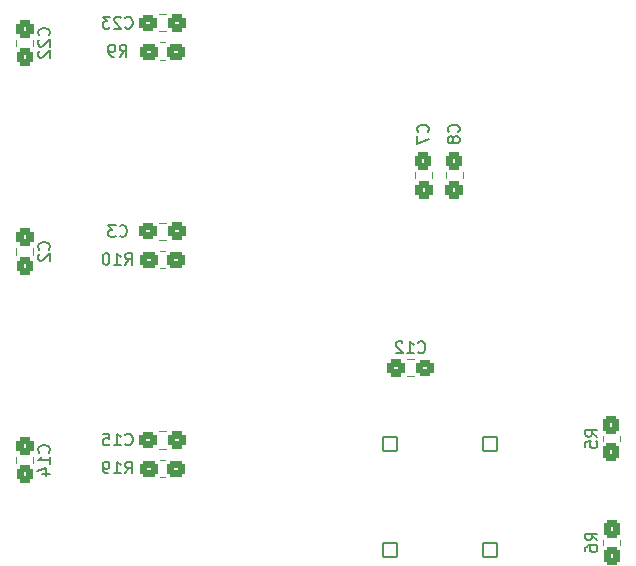
<source format=gbr>
%TF.GenerationSoftware,KiCad,Pcbnew,7.0.11-rc3*%
%TF.CreationDate,2025-09-10T17:00:16+08:00*%
%TF.ProjectId,328_3ch_can_devboard,3332385f-3363-4685-9f63-616e5f646576,rev?*%
%TF.SameCoordinates,Original*%
%TF.FileFunction,Legend,Bot*%
%TF.FilePolarity,Positive*%
%FSLAX46Y46*%
G04 Gerber Fmt 4.6, Leading zero omitted, Abs format (unit mm)*
G04 Created by KiCad (PCBNEW 7.0.11-rc3) date 2025-09-10 17:00:16*
%MOMM*%
%LPD*%
G01*
G04 APERTURE LIST*
G04 Aperture macros list*
%AMRoundRect*
0 Rectangle with rounded corners*
0 $1 Rounding radius*
0 $2 $3 $4 $5 $6 $7 $8 $9 X,Y pos of 4 corners*
0 Add a 4 corners polygon primitive as box body*
4,1,4,$2,$3,$4,$5,$6,$7,$8,$9,$2,$3,0*
0 Add four circle primitives for the rounded corners*
1,1,$1+$1,$2,$3*
1,1,$1+$1,$4,$5*
1,1,$1+$1,$6,$7*
1,1,$1+$1,$8,$9*
0 Add four rect primitives between the rounded corners*
20,1,$1+$1,$2,$3,$4,$5,0*
20,1,$1+$1,$4,$5,$6,$7,0*
20,1,$1+$1,$6,$7,$8,$9,0*
20,1,$1+$1,$8,$9,$2,$3,0*%
G04 Aperture macros list end*
%ADD10C,0.150000*%
%ADD11C,0.120000*%
%ADD12RoundRect,0.102000X-0.611000X-0.611000X0.611000X-0.611000X0.611000X0.611000X-0.611000X0.611000X0*%
%ADD13C,1.426000*%
%ADD14C,2.400000*%
%ADD15RoundRect,0.250000X0.725000X-0.600000X0.725000X0.600000X-0.725000X0.600000X-0.725000X-0.600000X0*%
%ADD16O,1.950000X1.700000*%
%ADD17C,2.000000*%
%ADD18R,1.700000X1.700000*%
%ADD19O,1.700000X1.700000*%
%ADD20RoundRect,0.305575X0.460025X0.412525X-0.460025X0.412525X-0.460025X-0.412525X0.460025X-0.412525X0*%
%ADD21RoundRect,0.308511X0.457089X0.416489X-0.457089X0.416489X-0.457089X-0.416489X0.457089X-0.416489X0*%
%ADD22RoundRect,0.305575X-0.460025X-0.412525X0.460025X-0.412525X0.460025X0.412525X-0.460025X0.412525X0*%
%ADD23RoundRect,0.308511X-0.457089X-0.416489X0.457089X-0.416489X0.457089X0.416489X-0.457089X0.416489X0*%
%ADD24RoundRect,0.305575X-0.412525X0.460025X-0.412525X-0.460025X0.412525X-0.460025X0.412525X0.460025X0*%
%ADD25RoundRect,0.308511X-0.416489X0.457089X-0.416489X-0.457089X0.416489X-0.457089X0.416489X0.457089X0*%
%ADD26RoundRect,0.305575X0.412525X-0.460025X0.412525X0.460025X-0.412525X0.460025X-0.412525X-0.460025X0*%
%ADD27RoundRect,0.308511X0.416489X-0.457089X0.416489X0.457089X-0.416489X0.457089X-0.416489X-0.457089X0*%
%ADD28RoundRect,0.278125X-0.389375X0.474375X-0.389375X-0.474375X0.389375X-0.474375X0.389375X0.474375X0*%
%ADD29RoundRect,0.278125X0.389375X-0.474375X0.389375X0.474375X-0.389375X0.474375X-0.389375X-0.474375X0*%
%ADD30RoundRect,0.278125X-0.474375X-0.389375X0.474375X-0.389375X0.474375X0.389375X-0.474375X0.389375X0*%
G04 APERTURE END LIST*
D10*
X159042857Y-105279580D02*
X159090476Y-105327200D01*
X159090476Y-105327200D02*
X159233333Y-105374819D01*
X159233333Y-105374819D02*
X159328571Y-105374819D01*
X159328571Y-105374819D02*
X159471428Y-105327200D01*
X159471428Y-105327200D02*
X159566666Y-105231961D01*
X159566666Y-105231961D02*
X159614285Y-105136723D01*
X159614285Y-105136723D02*
X159661904Y-104946247D01*
X159661904Y-104946247D02*
X159661904Y-104803390D01*
X159661904Y-104803390D02*
X159614285Y-104612914D01*
X159614285Y-104612914D02*
X159566666Y-104517676D01*
X159566666Y-104517676D02*
X159471428Y-104422438D01*
X159471428Y-104422438D02*
X159328571Y-104374819D01*
X159328571Y-104374819D02*
X159233333Y-104374819D01*
X159233333Y-104374819D02*
X159090476Y-104422438D01*
X159090476Y-104422438D02*
X159042857Y-104470057D01*
X158090476Y-105374819D02*
X158661904Y-105374819D01*
X158376190Y-105374819D02*
X158376190Y-104374819D01*
X158376190Y-104374819D02*
X158471428Y-104517676D01*
X158471428Y-104517676D02*
X158566666Y-104612914D01*
X158566666Y-104612914D02*
X158661904Y-104660533D01*
X157709523Y-104470057D02*
X157661904Y-104422438D01*
X157661904Y-104422438D02*
X157566666Y-104374819D01*
X157566666Y-104374819D02*
X157328571Y-104374819D01*
X157328571Y-104374819D02*
X157233333Y-104422438D01*
X157233333Y-104422438D02*
X157185714Y-104470057D01*
X157185714Y-104470057D02*
X157138095Y-104565295D01*
X157138095Y-104565295D02*
X157138095Y-104660533D01*
X157138095Y-104660533D02*
X157185714Y-104803390D01*
X157185714Y-104803390D02*
X157757142Y-105374819D01*
X157757142Y-105374819D02*
X157138095Y-105374819D01*
X133766666Y-95439580D02*
X133814285Y-95487200D01*
X133814285Y-95487200D02*
X133957142Y-95534819D01*
X133957142Y-95534819D02*
X134052380Y-95534819D01*
X134052380Y-95534819D02*
X134195237Y-95487200D01*
X134195237Y-95487200D02*
X134290475Y-95391961D01*
X134290475Y-95391961D02*
X134338094Y-95296723D01*
X134338094Y-95296723D02*
X134385713Y-95106247D01*
X134385713Y-95106247D02*
X134385713Y-94963390D01*
X134385713Y-94963390D02*
X134338094Y-94772914D01*
X134338094Y-94772914D02*
X134290475Y-94677676D01*
X134290475Y-94677676D02*
X134195237Y-94582438D01*
X134195237Y-94582438D02*
X134052380Y-94534819D01*
X134052380Y-94534819D02*
X133957142Y-94534819D01*
X133957142Y-94534819D02*
X133814285Y-94582438D01*
X133814285Y-94582438D02*
X133766666Y-94630057D01*
X133433332Y-94534819D02*
X132814285Y-94534819D01*
X132814285Y-94534819D02*
X133147618Y-94915771D01*
X133147618Y-94915771D02*
X133004761Y-94915771D01*
X133004761Y-94915771D02*
X132909523Y-94963390D01*
X132909523Y-94963390D02*
X132861904Y-95011009D01*
X132861904Y-95011009D02*
X132814285Y-95106247D01*
X132814285Y-95106247D02*
X132814285Y-95344342D01*
X132814285Y-95344342D02*
X132861904Y-95439580D01*
X132861904Y-95439580D02*
X132909523Y-95487200D01*
X132909523Y-95487200D02*
X133004761Y-95534819D01*
X133004761Y-95534819D02*
X133290475Y-95534819D01*
X133290475Y-95534819D02*
X133385713Y-95487200D01*
X133385713Y-95487200D02*
X133433332Y-95439580D01*
X159859580Y-86633333D02*
X159907200Y-86585714D01*
X159907200Y-86585714D02*
X159954819Y-86442857D01*
X159954819Y-86442857D02*
X159954819Y-86347619D01*
X159954819Y-86347619D02*
X159907200Y-86204762D01*
X159907200Y-86204762D02*
X159811961Y-86109524D01*
X159811961Y-86109524D02*
X159716723Y-86061905D01*
X159716723Y-86061905D02*
X159526247Y-86014286D01*
X159526247Y-86014286D02*
X159383390Y-86014286D01*
X159383390Y-86014286D02*
X159192914Y-86061905D01*
X159192914Y-86061905D02*
X159097676Y-86109524D01*
X159097676Y-86109524D02*
X159002438Y-86204762D01*
X159002438Y-86204762D02*
X158954819Y-86347619D01*
X158954819Y-86347619D02*
X158954819Y-86442857D01*
X158954819Y-86442857D02*
X159002438Y-86585714D01*
X159002438Y-86585714D02*
X159050057Y-86633333D01*
X158954819Y-86966667D02*
X158954819Y-87633333D01*
X158954819Y-87633333D02*
X159954819Y-87204762D01*
X127757080Y-78457142D02*
X127804700Y-78409523D01*
X127804700Y-78409523D02*
X127852319Y-78266666D01*
X127852319Y-78266666D02*
X127852319Y-78171428D01*
X127852319Y-78171428D02*
X127804700Y-78028571D01*
X127804700Y-78028571D02*
X127709461Y-77933333D01*
X127709461Y-77933333D02*
X127614223Y-77885714D01*
X127614223Y-77885714D02*
X127423747Y-77838095D01*
X127423747Y-77838095D02*
X127280890Y-77838095D01*
X127280890Y-77838095D02*
X127090414Y-77885714D01*
X127090414Y-77885714D02*
X126995176Y-77933333D01*
X126995176Y-77933333D02*
X126899938Y-78028571D01*
X126899938Y-78028571D02*
X126852319Y-78171428D01*
X126852319Y-78171428D02*
X126852319Y-78266666D01*
X126852319Y-78266666D02*
X126899938Y-78409523D01*
X126899938Y-78409523D02*
X126947557Y-78457142D01*
X126947557Y-78838095D02*
X126899938Y-78885714D01*
X126899938Y-78885714D02*
X126852319Y-78980952D01*
X126852319Y-78980952D02*
X126852319Y-79219047D01*
X126852319Y-79219047D02*
X126899938Y-79314285D01*
X126899938Y-79314285D02*
X126947557Y-79361904D01*
X126947557Y-79361904D02*
X127042795Y-79409523D01*
X127042795Y-79409523D02*
X127138033Y-79409523D01*
X127138033Y-79409523D02*
X127280890Y-79361904D01*
X127280890Y-79361904D02*
X127852319Y-78790476D01*
X127852319Y-78790476D02*
X127852319Y-79409523D01*
X126947557Y-79790476D02*
X126899938Y-79838095D01*
X126899938Y-79838095D02*
X126852319Y-79933333D01*
X126852319Y-79933333D02*
X126852319Y-80171428D01*
X126852319Y-80171428D02*
X126899938Y-80266666D01*
X126899938Y-80266666D02*
X126947557Y-80314285D01*
X126947557Y-80314285D02*
X127042795Y-80361904D01*
X127042795Y-80361904D02*
X127138033Y-80361904D01*
X127138033Y-80361904D02*
X127280890Y-80314285D01*
X127280890Y-80314285D02*
X127852319Y-79742857D01*
X127852319Y-79742857D02*
X127852319Y-80361904D01*
X174204819Y-112444075D02*
X173728628Y-112110742D01*
X174204819Y-111872647D02*
X173204819Y-111872647D01*
X173204819Y-111872647D02*
X173204819Y-112253599D01*
X173204819Y-112253599D02*
X173252438Y-112348837D01*
X173252438Y-112348837D02*
X173300057Y-112396456D01*
X173300057Y-112396456D02*
X173395295Y-112444075D01*
X173395295Y-112444075D02*
X173538152Y-112444075D01*
X173538152Y-112444075D02*
X173633390Y-112396456D01*
X173633390Y-112396456D02*
X173681009Y-112348837D01*
X173681009Y-112348837D02*
X173728628Y-112253599D01*
X173728628Y-112253599D02*
X173728628Y-111872647D01*
X173204819Y-113348837D02*
X173204819Y-112872647D01*
X173204819Y-112872647D02*
X173681009Y-112825028D01*
X173681009Y-112825028D02*
X173633390Y-112872647D01*
X173633390Y-112872647D02*
X173585771Y-112967885D01*
X173585771Y-112967885D02*
X173585771Y-113205980D01*
X173585771Y-113205980D02*
X173633390Y-113301218D01*
X173633390Y-113301218D02*
X173681009Y-113348837D01*
X173681009Y-113348837D02*
X173776247Y-113396456D01*
X173776247Y-113396456D02*
X174014342Y-113396456D01*
X174014342Y-113396456D02*
X174109580Y-113348837D01*
X174109580Y-113348837D02*
X174157200Y-113301218D01*
X174157200Y-113301218D02*
X174204819Y-113205980D01*
X174204819Y-113205980D02*
X174204819Y-112967885D01*
X174204819Y-112967885D02*
X174157200Y-112872647D01*
X174157200Y-112872647D02*
X174109580Y-112825028D01*
X162459580Y-86633333D02*
X162507200Y-86585714D01*
X162507200Y-86585714D02*
X162554819Y-86442857D01*
X162554819Y-86442857D02*
X162554819Y-86347619D01*
X162554819Y-86347619D02*
X162507200Y-86204762D01*
X162507200Y-86204762D02*
X162411961Y-86109524D01*
X162411961Y-86109524D02*
X162316723Y-86061905D01*
X162316723Y-86061905D02*
X162126247Y-86014286D01*
X162126247Y-86014286D02*
X161983390Y-86014286D01*
X161983390Y-86014286D02*
X161792914Y-86061905D01*
X161792914Y-86061905D02*
X161697676Y-86109524D01*
X161697676Y-86109524D02*
X161602438Y-86204762D01*
X161602438Y-86204762D02*
X161554819Y-86347619D01*
X161554819Y-86347619D02*
X161554819Y-86442857D01*
X161554819Y-86442857D02*
X161602438Y-86585714D01*
X161602438Y-86585714D02*
X161650057Y-86633333D01*
X161983390Y-87204762D02*
X161935771Y-87109524D01*
X161935771Y-87109524D02*
X161888152Y-87061905D01*
X161888152Y-87061905D02*
X161792914Y-87014286D01*
X161792914Y-87014286D02*
X161745295Y-87014286D01*
X161745295Y-87014286D02*
X161650057Y-87061905D01*
X161650057Y-87061905D02*
X161602438Y-87109524D01*
X161602438Y-87109524D02*
X161554819Y-87204762D01*
X161554819Y-87204762D02*
X161554819Y-87395238D01*
X161554819Y-87395238D02*
X161602438Y-87490476D01*
X161602438Y-87490476D02*
X161650057Y-87538095D01*
X161650057Y-87538095D02*
X161745295Y-87585714D01*
X161745295Y-87585714D02*
X161792914Y-87585714D01*
X161792914Y-87585714D02*
X161888152Y-87538095D01*
X161888152Y-87538095D02*
X161935771Y-87490476D01*
X161935771Y-87490476D02*
X161983390Y-87395238D01*
X161983390Y-87395238D02*
X161983390Y-87204762D01*
X161983390Y-87204762D02*
X162031009Y-87109524D01*
X162031009Y-87109524D02*
X162078628Y-87061905D01*
X162078628Y-87061905D02*
X162173866Y-87014286D01*
X162173866Y-87014286D02*
X162364342Y-87014286D01*
X162364342Y-87014286D02*
X162459580Y-87061905D01*
X162459580Y-87061905D02*
X162507200Y-87109524D01*
X162507200Y-87109524D02*
X162554819Y-87204762D01*
X162554819Y-87204762D02*
X162554819Y-87395238D01*
X162554819Y-87395238D02*
X162507200Y-87490476D01*
X162507200Y-87490476D02*
X162459580Y-87538095D01*
X162459580Y-87538095D02*
X162364342Y-87585714D01*
X162364342Y-87585714D02*
X162173866Y-87585714D01*
X162173866Y-87585714D02*
X162078628Y-87538095D01*
X162078628Y-87538095D02*
X162031009Y-87490476D01*
X162031009Y-87490476D02*
X161983390Y-87395238D01*
X134242857Y-77789580D02*
X134290476Y-77837200D01*
X134290476Y-77837200D02*
X134433333Y-77884819D01*
X134433333Y-77884819D02*
X134528571Y-77884819D01*
X134528571Y-77884819D02*
X134671428Y-77837200D01*
X134671428Y-77837200D02*
X134766666Y-77741961D01*
X134766666Y-77741961D02*
X134814285Y-77646723D01*
X134814285Y-77646723D02*
X134861904Y-77456247D01*
X134861904Y-77456247D02*
X134861904Y-77313390D01*
X134861904Y-77313390D02*
X134814285Y-77122914D01*
X134814285Y-77122914D02*
X134766666Y-77027676D01*
X134766666Y-77027676D02*
X134671428Y-76932438D01*
X134671428Y-76932438D02*
X134528571Y-76884819D01*
X134528571Y-76884819D02*
X134433333Y-76884819D01*
X134433333Y-76884819D02*
X134290476Y-76932438D01*
X134290476Y-76932438D02*
X134242857Y-76980057D01*
X133861904Y-76980057D02*
X133814285Y-76932438D01*
X133814285Y-76932438D02*
X133719047Y-76884819D01*
X133719047Y-76884819D02*
X133480952Y-76884819D01*
X133480952Y-76884819D02*
X133385714Y-76932438D01*
X133385714Y-76932438D02*
X133338095Y-76980057D01*
X133338095Y-76980057D02*
X133290476Y-77075295D01*
X133290476Y-77075295D02*
X133290476Y-77170533D01*
X133290476Y-77170533D02*
X133338095Y-77313390D01*
X133338095Y-77313390D02*
X133909523Y-77884819D01*
X133909523Y-77884819D02*
X133290476Y-77884819D01*
X132957142Y-76884819D02*
X132338095Y-76884819D01*
X132338095Y-76884819D02*
X132671428Y-77265771D01*
X132671428Y-77265771D02*
X132528571Y-77265771D01*
X132528571Y-77265771D02*
X132433333Y-77313390D01*
X132433333Y-77313390D02*
X132385714Y-77361009D01*
X132385714Y-77361009D02*
X132338095Y-77456247D01*
X132338095Y-77456247D02*
X132338095Y-77694342D01*
X132338095Y-77694342D02*
X132385714Y-77789580D01*
X132385714Y-77789580D02*
X132433333Y-77837200D01*
X132433333Y-77837200D02*
X132528571Y-77884819D01*
X132528571Y-77884819D02*
X132814285Y-77884819D01*
X132814285Y-77884819D02*
X132909523Y-77837200D01*
X132909523Y-77837200D02*
X132957142Y-77789580D01*
X127757080Y-113782142D02*
X127804700Y-113734523D01*
X127804700Y-113734523D02*
X127852319Y-113591666D01*
X127852319Y-113591666D02*
X127852319Y-113496428D01*
X127852319Y-113496428D02*
X127804700Y-113353571D01*
X127804700Y-113353571D02*
X127709461Y-113258333D01*
X127709461Y-113258333D02*
X127614223Y-113210714D01*
X127614223Y-113210714D02*
X127423747Y-113163095D01*
X127423747Y-113163095D02*
X127280890Y-113163095D01*
X127280890Y-113163095D02*
X127090414Y-113210714D01*
X127090414Y-113210714D02*
X126995176Y-113258333D01*
X126995176Y-113258333D02*
X126899938Y-113353571D01*
X126899938Y-113353571D02*
X126852319Y-113496428D01*
X126852319Y-113496428D02*
X126852319Y-113591666D01*
X126852319Y-113591666D02*
X126899938Y-113734523D01*
X126899938Y-113734523D02*
X126947557Y-113782142D01*
X127852319Y-114734523D02*
X127852319Y-114163095D01*
X127852319Y-114448809D02*
X126852319Y-114448809D01*
X126852319Y-114448809D02*
X126995176Y-114353571D01*
X126995176Y-114353571D02*
X127090414Y-114258333D01*
X127090414Y-114258333D02*
X127138033Y-114163095D01*
X127185652Y-115591666D02*
X127852319Y-115591666D01*
X126804700Y-115353571D02*
X127518985Y-115115476D01*
X127518985Y-115115476D02*
X127518985Y-115734523D01*
X174204819Y-121222592D02*
X173728628Y-120889259D01*
X174204819Y-120651164D02*
X173204819Y-120651164D01*
X173204819Y-120651164D02*
X173204819Y-121032116D01*
X173204819Y-121032116D02*
X173252438Y-121127354D01*
X173252438Y-121127354D02*
X173300057Y-121174973D01*
X173300057Y-121174973D02*
X173395295Y-121222592D01*
X173395295Y-121222592D02*
X173538152Y-121222592D01*
X173538152Y-121222592D02*
X173633390Y-121174973D01*
X173633390Y-121174973D02*
X173681009Y-121127354D01*
X173681009Y-121127354D02*
X173728628Y-121032116D01*
X173728628Y-121032116D02*
X173728628Y-120651164D01*
X173204819Y-122079735D02*
X173204819Y-121889259D01*
X173204819Y-121889259D02*
X173252438Y-121794021D01*
X173252438Y-121794021D02*
X173300057Y-121746402D01*
X173300057Y-121746402D02*
X173442914Y-121651164D01*
X173442914Y-121651164D02*
X173633390Y-121603545D01*
X173633390Y-121603545D02*
X174014342Y-121603545D01*
X174014342Y-121603545D02*
X174109580Y-121651164D01*
X174109580Y-121651164D02*
X174157200Y-121698783D01*
X174157200Y-121698783D02*
X174204819Y-121794021D01*
X174204819Y-121794021D02*
X174204819Y-121984497D01*
X174204819Y-121984497D02*
X174157200Y-122079735D01*
X174157200Y-122079735D02*
X174109580Y-122127354D01*
X174109580Y-122127354D02*
X174014342Y-122174973D01*
X174014342Y-122174973D02*
X173776247Y-122174973D01*
X173776247Y-122174973D02*
X173681009Y-122127354D01*
X173681009Y-122127354D02*
X173633390Y-122079735D01*
X173633390Y-122079735D02*
X173585771Y-121984497D01*
X173585771Y-121984497D02*
X173585771Y-121794021D01*
X173585771Y-121794021D02*
X173633390Y-121698783D01*
X173633390Y-121698783D02*
X173681009Y-121651164D01*
X173681009Y-121651164D02*
X173776247Y-121603545D01*
X134242857Y-115554819D02*
X134576190Y-115078628D01*
X134814285Y-115554819D02*
X134814285Y-114554819D01*
X134814285Y-114554819D02*
X134433333Y-114554819D01*
X134433333Y-114554819D02*
X134338095Y-114602438D01*
X134338095Y-114602438D02*
X134290476Y-114650057D01*
X134290476Y-114650057D02*
X134242857Y-114745295D01*
X134242857Y-114745295D02*
X134242857Y-114888152D01*
X134242857Y-114888152D02*
X134290476Y-114983390D01*
X134290476Y-114983390D02*
X134338095Y-115031009D01*
X134338095Y-115031009D02*
X134433333Y-115078628D01*
X134433333Y-115078628D02*
X134814285Y-115078628D01*
X133290476Y-115554819D02*
X133861904Y-115554819D01*
X133576190Y-115554819D02*
X133576190Y-114554819D01*
X133576190Y-114554819D02*
X133671428Y-114697676D01*
X133671428Y-114697676D02*
X133766666Y-114792914D01*
X133766666Y-114792914D02*
X133861904Y-114840533D01*
X132814285Y-115554819D02*
X132623809Y-115554819D01*
X132623809Y-115554819D02*
X132528571Y-115507200D01*
X132528571Y-115507200D02*
X132480952Y-115459580D01*
X132480952Y-115459580D02*
X132385714Y-115316723D01*
X132385714Y-115316723D02*
X132338095Y-115126247D01*
X132338095Y-115126247D02*
X132338095Y-114745295D01*
X132338095Y-114745295D02*
X132385714Y-114650057D01*
X132385714Y-114650057D02*
X132433333Y-114602438D01*
X132433333Y-114602438D02*
X132528571Y-114554819D01*
X132528571Y-114554819D02*
X132719047Y-114554819D01*
X132719047Y-114554819D02*
X132814285Y-114602438D01*
X132814285Y-114602438D02*
X132861904Y-114650057D01*
X132861904Y-114650057D02*
X132909523Y-114745295D01*
X132909523Y-114745295D02*
X132909523Y-114983390D01*
X132909523Y-114983390D02*
X132861904Y-115078628D01*
X132861904Y-115078628D02*
X132814285Y-115126247D01*
X132814285Y-115126247D02*
X132719047Y-115173866D01*
X132719047Y-115173866D02*
X132528571Y-115173866D01*
X132528571Y-115173866D02*
X132433333Y-115126247D01*
X132433333Y-115126247D02*
X132385714Y-115078628D01*
X132385714Y-115078628D02*
X132338095Y-114983390D01*
X127757080Y-96595833D02*
X127804700Y-96548214D01*
X127804700Y-96548214D02*
X127852319Y-96405357D01*
X127852319Y-96405357D02*
X127852319Y-96310119D01*
X127852319Y-96310119D02*
X127804700Y-96167262D01*
X127804700Y-96167262D02*
X127709461Y-96072024D01*
X127709461Y-96072024D02*
X127614223Y-96024405D01*
X127614223Y-96024405D02*
X127423747Y-95976786D01*
X127423747Y-95976786D02*
X127280890Y-95976786D01*
X127280890Y-95976786D02*
X127090414Y-96024405D01*
X127090414Y-96024405D02*
X126995176Y-96072024D01*
X126995176Y-96072024D02*
X126899938Y-96167262D01*
X126899938Y-96167262D02*
X126852319Y-96310119D01*
X126852319Y-96310119D02*
X126852319Y-96405357D01*
X126852319Y-96405357D02*
X126899938Y-96548214D01*
X126899938Y-96548214D02*
X126947557Y-96595833D01*
X126947557Y-96976786D02*
X126899938Y-97024405D01*
X126899938Y-97024405D02*
X126852319Y-97119643D01*
X126852319Y-97119643D02*
X126852319Y-97357738D01*
X126852319Y-97357738D02*
X126899938Y-97452976D01*
X126899938Y-97452976D02*
X126947557Y-97500595D01*
X126947557Y-97500595D02*
X127042795Y-97548214D01*
X127042795Y-97548214D02*
X127138033Y-97548214D01*
X127138033Y-97548214D02*
X127280890Y-97500595D01*
X127280890Y-97500595D02*
X127852319Y-96929167D01*
X127852319Y-96929167D02*
X127852319Y-97548214D01*
X134242857Y-97904819D02*
X134576190Y-97428628D01*
X134814285Y-97904819D02*
X134814285Y-96904819D01*
X134814285Y-96904819D02*
X134433333Y-96904819D01*
X134433333Y-96904819D02*
X134338095Y-96952438D01*
X134338095Y-96952438D02*
X134290476Y-97000057D01*
X134290476Y-97000057D02*
X134242857Y-97095295D01*
X134242857Y-97095295D02*
X134242857Y-97238152D01*
X134242857Y-97238152D02*
X134290476Y-97333390D01*
X134290476Y-97333390D02*
X134338095Y-97381009D01*
X134338095Y-97381009D02*
X134433333Y-97428628D01*
X134433333Y-97428628D02*
X134814285Y-97428628D01*
X133290476Y-97904819D02*
X133861904Y-97904819D01*
X133576190Y-97904819D02*
X133576190Y-96904819D01*
X133576190Y-96904819D02*
X133671428Y-97047676D01*
X133671428Y-97047676D02*
X133766666Y-97142914D01*
X133766666Y-97142914D02*
X133861904Y-97190533D01*
X132671428Y-96904819D02*
X132576190Y-96904819D01*
X132576190Y-96904819D02*
X132480952Y-96952438D01*
X132480952Y-96952438D02*
X132433333Y-97000057D01*
X132433333Y-97000057D02*
X132385714Y-97095295D01*
X132385714Y-97095295D02*
X132338095Y-97285771D01*
X132338095Y-97285771D02*
X132338095Y-97523866D01*
X132338095Y-97523866D02*
X132385714Y-97714342D01*
X132385714Y-97714342D02*
X132433333Y-97809580D01*
X132433333Y-97809580D02*
X132480952Y-97857200D01*
X132480952Y-97857200D02*
X132576190Y-97904819D01*
X132576190Y-97904819D02*
X132671428Y-97904819D01*
X132671428Y-97904819D02*
X132766666Y-97857200D01*
X132766666Y-97857200D02*
X132814285Y-97809580D01*
X132814285Y-97809580D02*
X132861904Y-97714342D01*
X132861904Y-97714342D02*
X132909523Y-97523866D01*
X132909523Y-97523866D02*
X132909523Y-97285771D01*
X132909523Y-97285771D02*
X132861904Y-97095295D01*
X132861904Y-97095295D02*
X132814285Y-97000057D01*
X132814285Y-97000057D02*
X132766666Y-96952438D01*
X132766666Y-96952438D02*
X132671428Y-96904819D01*
X133766666Y-80254819D02*
X134099999Y-79778628D01*
X134338094Y-80254819D02*
X134338094Y-79254819D01*
X134338094Y-79254819D02*
X133957142Y-79254819D01*
X133957142Y-79254819D02*
X133861904Y-79302438D01*
X133861904Y-79302438D02*
X133814285Y-79350057D01*
X133814285Y-79350057D02*
X133766666Y-79445295D01*
X133766666Y-79445295D02*
X133766666Y-79588152D01*
X133766666Y-79588152D02*
X133814285Y-79683390D01*
X133814285Y-79683390D02*
X133861904Y-79731009D01*
X133861904Y-79731009D02*
X133957142Y-79778628D01*
X133957142Y-79778628D02*
X134338094Y-79778628D01*
X133290475Y-80254819D02*
X133099999Y-80254819D01*
X133099999Y-80254819D02*
X133004761Y-80207200D01*
X133004761Y-80207200D02*
X132957142Y-80159580D01*
X132957142Y-80159580D02*
X132861904Y-80016723D01*
X132861904Y-80016723D02*
X132814285Y-79826247D01*
X132814285Y-79826247D02*
X132814285Y-79445295D01*
X132814285Y-79445295D02*
X132861904Y-79350057D01*
X132861904Y-79350057D02*
X132909523Y-79302438D01*
X132909523Y-79302438D02*
X133004761Y-79254819D01*
X133004761Y-79254819D02*
X133195237Y-79254819D01*
X133195237Y-79254819D02*
X133290475Y-79302438D01*
X133290475Y-79302438D02*
X133338094Y-79350057D01*
X133338094Y-79350057D02*
X133385713Y-79445295D01*
X133385713Y-79445295D02*
X133385713Y-79683390D01*
X133385713Y-79683390D02*
X133338094Y-79778628D01*
X133338094Y-79778628D02*
X133290475Y-79826247D01*
X133290475Y-79826247D02*
X133195237Y-79873866D01*
X133195237Y-79873866D02*
X133004761Y-79873866D01*
X133004761Y-79873866D02*
X132909523Y-79826247D01*
X132909523Y-79826247D02*
X132861904Y-79778628D01*
X132861904Y-79778628D02*
X132814285Y-79683390D01*
X134242857Y-113089580D02*
X134290476Y-113137200D01*
X134290476Y-113137200D02*
X134433333Y-113184819D01*
X134433333Y-113184819D02*
X134528571Y-113184819D01*
X134528571Y-113184819D02*
X134671428Y-113137200D01*
X134671428Y-113137200D02*
X134766666Y-113041961D01*
X134766666Y-113041961D02*
X134814285Y-112946723D01*
X134814285Y-112946723D02*
X134861904Y-112756247D01*
X134861904Y-112756247D02*
X134861904Y-112613390D01*
X134861904Y-112613390D02*
X134814285Y-112422914D01*
X134814285Y-112422914D02*
X134766666Y-112327676D01*
X134766666Y-112327676D02*
X134671428Y-112232438D01*
X134671428Y-112232438D02*
X134528571Y-112184819D01*
X134528571Y-112184819D02*
X134433333Y-112184819D01*
X134433333Y-112184819D02*
X134290476Y-112232438D01*
X134290476Y-112232438D02*
X134242857Y-112280057D01*
X133290476Y-113184819D02*
X133861904Y-113184819D01*
X133576190Y-113184819D02*
X133576190Y-112184819D01*
X133576190Y-112184819D02*
X133671428Y-112327676D01*
X133671428Y-112327676D02*
X133766666Y-112422914D01*
X133766666Y-112422914D02*
X133861904Y-112470533D01*
X132385714Y-112184819D02*
X132861904Y-112184819D01*
X132861904Y-112184819D02*
X132909523Y-112661009D01*
X132909523Y-112661009D02*
X132861904Y-112613390D01*
X132861904Y-112613390D02*
X132766666Y-112565771D01*
X132766666Y-112565771D02*
X132528571Y-112565771D01*
X132528571Y-112565771D02*
X132433333Y-112613390D01*
X132433333Y-112613390D02*
X132385714Y-112661009D01*
X132385714Y-112661009D02*
X132338095Y-112756247D01*
X132338095Y-112756247D02*
X132338095Y-112994342D01*
X132338095Y-112994342D02*
X132385714Y-113089580D01*
X132385714Y-113089580D02*
X132433333Y-113137200D01*
X132433333Y-113137200D02*
X132528571Y-113184819D01*
X132528571Y-113184819D02*
X132766666Y-113184819D01*
X132766666Y-113184819D02*
X132861904Y-113137200D01*
X132861904Y-113137200D02*
X132909523Y-113089580D01*
D11*
%TO.C,C12*%
X158661252Y-107335000D02*
X158138748Y-107335000D01*
X158661252Y-105865000D02*
X158138748Y-105865000D01*
%TO.C,C3*%
X137138748Y-94327500D02*
X137661252Y-94327500D01*
X137138748Y-95797500D02*
X137661252Y-95797500D01*
%TO.C,C7*%
X160235000Y-90038748D02*
X160235000Y-90561252D01*
X158765000Y-90038748D02*
X158765000Y-90561252D01*
%TO.C,C22*%
X124982500Y-79361252D02*
X124982500Y-78838748D01*
X126452500Y-79361252D02*
X126452500Y-78838748D01*
%TO.C,R5*%
X176135000Y-112383678D02*
X176135000Y-112837806D01*
X174665000Y-112383678D02*
X174665000Y-112837806D01*
%TO.C,C8*%
X162835000Y-90038748D02*
X162835000Y-90561252D01*
X161365000Y-90038748D02*
X161365000Y-90561252D01*
%TO.C,C23*%
X137138748Y-76665000D02*
X137661252Y-76665000D01*
X137138748Y-78135000D02*
X137661252Y-78135000D01*
%TO.C,C14*%
X124982500Y-114686252D02*
X124982500Y-114163748D01*
X126452500Y-114686252D02*
X126452500Y-114163748D01*
%TO.C,R6*%
X174667103Y-121616323D02*
X174667103Y-121162195D01*
X176137103Y-121616323D02*
X176137103Y-121162195D01*
%TO.C,R19*%
X137172936Y-114390000D02*
X137627064Y-114390000D01*
X137172936Y-115860000D02*
X137627064Y-115860000D01*
%TO.C,C2*%
X124982500Y-97023752D02*
X124982500Y-96501248D01*
X126452500Y-97023752D02*
X126452500Y-96501248D01*
%TO.C,R10*%
X137172936Y-96727500D02*
X137627064Y-96727500D01*
X137172936Y-98197500D02*
X137627064Y-98197500D01*
%TO.C,R9*%
X137172936Y-79065000D02*
X137627064Y-79065000D01*
X137172936Y-80535000D02*
X137627064Y-80535000D01*
%TO.C,C15*%
X137138748Y-111990000D02*
X137661252Y-111990000D01*
X137138748Y-113460000D02*
X137661252Y-113460000D01*
%TD*%
%LPC*%
D12*
%TO.C,RV2*%
X165160000Y-113100000D03*
D13*
X167700000Y-110560000D03*
X170240000Y-113100000D03*
%TD*%
D14*
%TO.C,Y1*%
X126293282Y-103562500D03*
X121213282Y-103562500D03*
%TD*%
%TO.C,Y3*%
X126293282Y-121225000D03*
X121213282Y-121225000D03*
%TD*%
D15*
%TO.C,J4*%
X183075000Y-90650000D03*
D16*
X183075000Y-88150000D03*
X183075000Y-85650000D03*
X183075000Y-83150000D03*
%TD*%
D12*
%TO.C,RV4*%
X165160000Y-122000000D03*
D13*
X167700000Y-119460000D03*
X170240000Y-122000000D03*
%TD*%
D14*
%TO.C,Y5*%
X126293282Y-85900000D03*
X121213282Y-85900000D03*
%TD*%
D17*
%TO.C,SW4*%
X178450000Y-119150000D03*
X184950000Y-119150000D03*
X178450000Y-123650000D03*
X184950000Y-123650000D03*
%TD*%
D15*
%TO.C,J3*%
X110875000Y-122725000D03*
D16*
X110875000Y-120225000D03*
X110875000Y-117725000D03*
X110875000Y-115225000D03*
%TD*%
D12*
%TO.C,RV1*%
X156660000Y-113100000D03*
D13*
X159200000Y-110560000D03*
X161740000Y-113100000D03*
%TD*%
D15*
%TO.C,J1*%
X110875000Y-87400000D03*
D16*
X110875000Y-84900000D03*
X110875000Y-82400000D03*
X110875000Y-79900000D03*
%TD*%
D18*
%TO.C,AVR-ISP1*%
X146400000Y-114060000D03*
D19*
X148940000Y-114060000D03*
X146400000Y-116600000D03*
X148940000Y-116600000D03*
X146400000Y-119140000D03*
X148940000Y-119140000D03*
%TD*%
D17*
%TO.C,SW3*%
X178450000Y-110350000D03*
X184950000Y-110350000D03*
X178450000Y-114850000D03*
X184950000Y-114850000D03*
%TD*%
D14*
%TO.C,Y2*%
X147906719Y-88000000D03*
X152986719Y-88000000D03*
%TD*%
D15*
%TO.C,J2*%
X110875000Y-105062500D03*
D16*
X110875000Y-102562500D03*
X110875000Y-100062500D03*
X110875000Y-97562500D03*
%TD*%
D12*
%TO.C,RV3*%
X156660000Y-122000000D03*
D13*
X159200000Y-119460000D03*
X161740000Y-122000000D03*
%TD*%
D20*
%TO.C,C12*%
X159615600Y-106593100D03*
D21*
X157184400Y-106600000D03*
%TD*%
D22*
%TO.C,C3*%
X136184400Y-95069400D03*
D23*
X138615600Y-95062500D03*
%TD*%
D24*
%TO.C,C7*%
X159493100Y-89084400D03*
D25*
X159500000Y-91515600D03*
%TD*%
D26*
%TO.C,C22*%
X125724400Y-80315600D03*
D27*
X125717500Y-77884400D03*
%TD*%
D28*
%TO.C,R5*%
X175367500Y-111458242D03*
X175367500Y-113763242D03*
%TD*%
D24*
%TO.C,C8*%
X162093100Y-89084400D03*
D25*
X162100000Y-91515600D03*
%TD*%
D22*
%TO.C,C23*%
X136184400Y-77406900D03*
D23*
X138615600Y-77400000D03*
%TD*%
D26*
%TO.C,C14*%
X125724400Y-115640600D03*
D27*
X125717500Y-113209400D03*
%TD*%
D29*
%TO.C,R6*%
X175434603Y-122541759D03*
X175434603Y-120236759D03*
%TD*%
D30*
%TO.C,R19*%
X136247500Y-115157500D03*
X138552500Y-115157500D03*
%TD*%
D26*
%TO.C,C2*%
X125724400Y-97978100D03*
D27*
X125717500Y-95546900D03*
%TD*%
D30*
%TO.C,R10*%
X136247500Y-97495000D03*
X138552500Y-97495000D03*
%TD*%
%TO.C,R9*%
X136247500Y-79832500D03*
X138552500Y-79832500D03*
%TD*%
D22*
%TO.C,C15*%
X136184400Y-112731900D03*
D23*
X138615600Y-112725000D03*
%TD*%
%LPD*%
M02*

</source>
